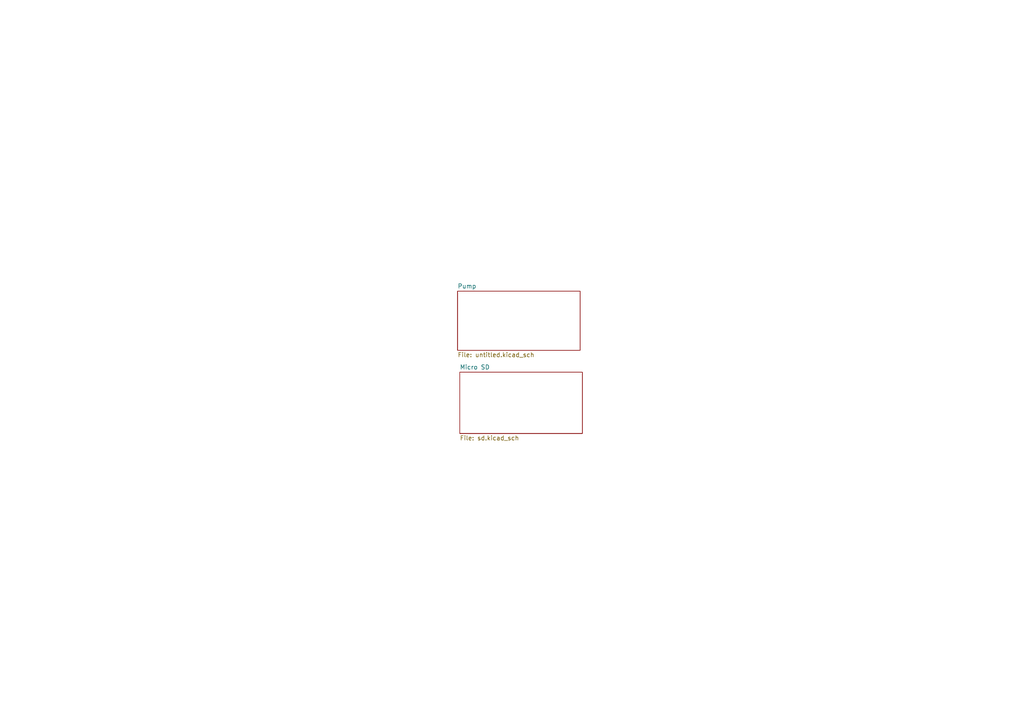
<source format=kicad_sch>
(kicad_sch
	(version 20250114)
	(generator "eeschema")
	(generator_version "9.0")
	(uuid "4572c7cb-4fa0-4da8-b313-0be5096c4cb7")
	(paper "A4")
	(lib_symbols)
	(sheet
		(at 132.715 84.455)
		(size 35.56 17.145)
		(exclude_from_sim no)
		(in_bom yes)
		(on_board yes)
		(dnp no)
		(fields_autoplaced yes)
		(stroke
			(width 0.1524)
			(type solid)
		)
		(fill
			(color 0 0 0 0.0000)
		)
		(uuid "8704df69-ebbd-4f26-a936-a98d4bc58bd3")
		(property "Sheetname" "Pump"
			(at 132.715 83.7434 0)
			(effects
				(font
					(size 1.27 1.27)
				)
				(justify left bottom)
			)
		)
		(property "Sheetfile" "untitled.kicad_sch"
			(at 132.715 102.1846 0)
			(effects
				(font
					(size 1.27 1.27)
				)
				(justify left top)
			)
		)
		(instances
			(project "fmc_fix"
				(path "/4572c7cb-4fa0-4da8-b313-0be5096c4cb7"
					(page "3")
				)
			)
		)
	)
	(sheet
		(at 133.35 107.95)
		(size 35.56 17.78)
		(exclude_from_sim no)
		(in_bom yes)
		(on_board yes)
		(dnp no)
		(fields_autoplaced yes)
		(stroke
			(width 0.1524)
			(type solid)
		)
		(fill
			(color 0 0 0 0.0000)
		)
		(uuid "f5ada1b9-98fe-4518-91a1-70152c7210f8")
		(property "Sheetname" "Micro SD"
			(at 133.35 107.2384 0)
			(effects
				(font
					(size 1.27 1.27)
				)
				(justify left bottom)
			)
		)
		(property "Sheetfile" "sd.kicad_sch"
			(at 133.35 126.3146 0)
			(effects
				(font
					(size 1.27 1.27)
				)
				(justify left top)
			)
		)
		(instances
			(project "fmc_fix"
				(path "/4572c7cb-4fa0-4da8-b313-0be5096c4cb7"
					(page "4")
				)
			)
		)
	)
	(sheet_instances
		(path "/"
			(page "1")
		)
	)
	(embedded_fonts no)
)

</source>
